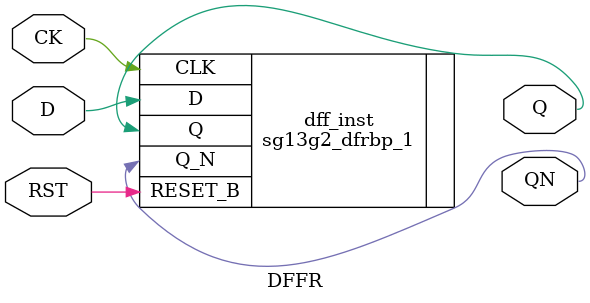
<source format=v>

module DFFSRQ (
    output Q,
    output Q_N,
    input D,
    input RST,
    input SET,
    input CK
);
    wire mux_out;
    wire set_value = 1'b1;  // SET forces output to 1

    // Mux to select between normal D input and SET value
    sg13g2_mux2_1 set_mux (
        .X(mux_out),
        .A0(D),        // Normal data input
        .A1(set_value), // Forced '1' when SET is active
        .S(SET)        // SET signal as select
    );

    // Original DFF with mux output as data input
    sg13g2_dfrbp_1 dff_inst (
        .Q(Q),
        .Q_N(Q_N),
        .D(mux_out),    // Use mux output instead of direct D
        .RESET_B(RST),
        .CLK(CK)
    );
endmodule


module DFFR (
  input RST, // Reset input
  input CK, // Clock Input
  input D, // Data Input
  output Q, // Q output
  output QN // QB output
);

    // Original DFF with mux output as data input
    sg13g2_dfrbp_1 dff_inst (
        .Q(Q),
        .Q_N(QN),
        .D(D),    // Use mux output instead of direct D
        .RESET_B(RST),
        .CLK(CK)
    );
endmodule

</source>
